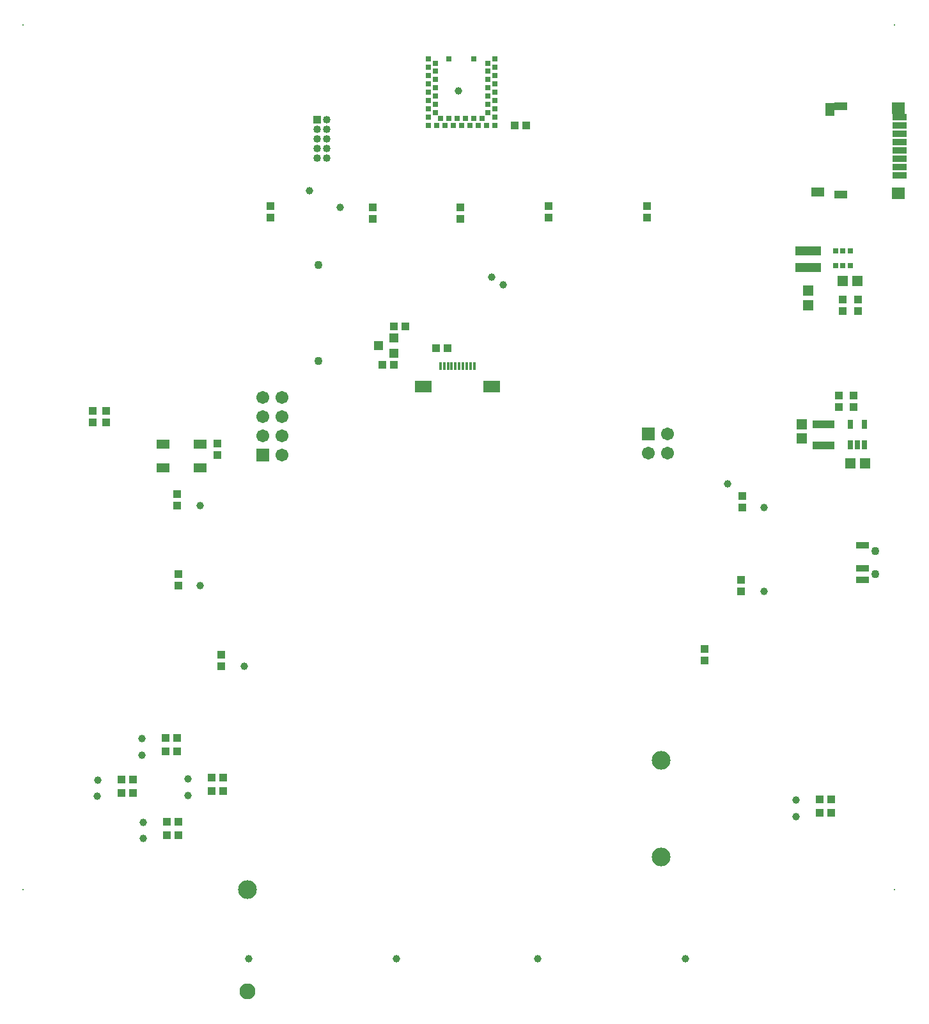
<source format=gbs>
G04 Layer_Color=8150272*
%FSLAX25Y25*%
%MOIN*%
G70*
G01*
G75*
%ADD71R,0.01181X0.03937*%
%ADD199R,0.04300X0.04300*%
%ADD201R,0.06706X0.04737*%
%ADD202C,0.04343*%
%ADD203C,0.09800*%
%ADD204C,0.08300*%
%ADD205C,0.00800*%
%ADD206C,0.06706*%
%ADD207R,0.06706X0.06706*%
%ADD208R,0.06706X0.06706*%
%ADD209R,0.04000X0.04000*%
%ADD210C,0.04000*%
%ADD211C,0.03900*%
%ADD212R,0.03162X0.04934*%
%ADD213R,0.05800X0.05800*%
%ADD214R,0.05800X0.05800*%
%ADD215R,0.13398X0.04737*%
%ADD216R,0.02769X0.03162*%
%ADD217R,0.04600X0.04600*%
%ADD218R,0.04300X0.04300*%
%ADD219R,0.11430X0.03950*%
%ADD220R,0.06706X0.03556*%
%ADD221R,0.06902X0.04737*%
%ADD222R,0.04737X0.06902*%
%ADD223R,0.06706X0.05918*%
%ADD224R,0.07690X0.03556*%
%ADD225R,0.06706X0.03950*%
%ADD226R,0.02769X0.02769*%
%ADD227R,0.08674X0.05918*%
D71*
X359984Y460700D02*
D03*
X361953D02*
D03*
X363921D02*
D03*
X365890D02*
D03*
X367858D02*
D03*
X350142D02*
D03*
X352110D02*
D03*
X354079D02*
D03*
X356047D02*
D03*
X358016D02*
D03*
D199*
X560000Y489500D02*
D03*
Y495500D02*
D03*
X568000D02*
D03*
Y489500D02*
D03*
X176000Y437500D02*
D03*
Y431500D02*
D03*
X169000Y437500D02*
D03*
Y431500D02*
D03*
X565500Y445500D02*
D03*
Y439500D02*
D03*
X558000D02*
D03*
Y445500D02*
D03*
X234000Y414500D02*
D03*
Y420500D02*
D03*
X213000Y388000D02*
D03*
Y394000D02*
D03*
X213500Y346500D02*
D03*
Y352500D02*
D03*
X236000Y304500D02*
D03*
Y310500D02*
D03*
X488000Y307500D02*
D03*
Y313500D02*
D03*
X507000Y343500D02*
D03*
Y349500D02*
D03*
X507500Y387000D02*
D03*
Y393000D02*
D03*
X458000Y538000D02*
D03*
Y544000D02*
D03*
X406500Y538000D02*
D03*
Y544000D02*
D03*
X360500Y537500D02*
D03*
Y543500D02*
D03*
X315000Y537500D02*
D03*
Y543500D02*
D03*
X261500Y538000D02*
D03*
Y544000D02*
D03*
D201*
X224865Y420299D02*
D03*
Y407701D02*
D03*
X205573D02*
D03*
Y420299D02*
D03*
D202*
X286500Y513500D02*
D03*
Y463500D02*
D03*
X577000Y352594D02*
D03*
Y364406D02*
D03*
D203*
X465118Y255555D02*
D03*
Y205161D02*
D03*
X249500Y188000D02*
D03*
D204*
Y135000D02*
D03*
D205*
X587000Y638500D02*
D03*
X132500Y188000D02*
D03*
Y638500D02*
D03*
X587000Y188000D02*
D03*
D206*
X468500Y415500D02*
D03*
Y425500D02*
D03*
X458500Y415500D02*
D03*
X267500Y444500D02*
D03*
X257500D02*
D03*
X267500Y434500D02*
D03*
X257500D02*
D03*
X267500Y424500D02*
D03*
X257500D02*
D03*
X267500Y414500D02*
D03*
D207*
X458500Y425500D02*
D03*
D208*
X257500Y414500D02*
D03*
D209*
X286000Y589000D02*
D03*
D210*
X291000D02*
D03*
X286000Y584000D02*
D03*
X291000Y584000D02*
D03*
X286000Y579000D02*
D03*
X291000D02*
D03*
X286000Y574000D02*
D03*
X291000D02*
D03*
X286000Y569000D02*
D03*
X291000Y569000D02*
D03*
D211*
X298000Y543500D02*
D03*
X282000Y552000D02*
D03*
X383000Y503000D02*
D03*
X377000Y507000D02*
D03*
X359500Y604000D02*
D03*
X499854Y399646D02*
D03*
X519000Y387000D02*
D03*
Y343500D02*
D03*
X248000Y304500D02*
D03*
X225000Y346500D02*
D03*
Y388000D02*
D03*
X218732Y245732D02*
D03*
X195232Y223232D02*
D03*
X171732Y245232D02*
D03*
X194732Y266732D02*
D03*
X535732Y234732D02*
D03*
Y226268D02*
D03*
X218732Y237268D02*
D03*
X194732Y258268D02*
D03*
X171232Y236768D02*
D03*
X195232Y214768D02*
D03*
X250292Y152201D02*
D03*
X327292D02*
D03*
X400792D02*
D03*
X477792D02*
D03*
D212*
X571240Y430315D02*
D03*
X563760D02*
D03*
Y419685D02*
D03*
X567500D02*
D03*
X571240D02*
D03*
D213*
X542000Y492500D02*
D03*
X542000Y500000D02*
D03*
X538500Y430500D02*
D03*
X538500Y423000D02*
D03*
D214*
X567500Y505000D02*
D03*
X560000D02*
D03*
X571500Y410000D02*
D03*
X564000D02*
D03*
D215*
X542000Y512000D02*
D03*
X542000Y520661D02*
D03*
D216*
X556260Y513260D02*
D03*
X563740D02*
D03*
Y520740D02*
D03*
X560000Y520740D02*
D03*
X556260Y520740D02*
D03*
X560000Y513260D02*
D03*
D217*
X326000Y467500D02*
D03*
Y475500D02*
D03*
X318000Y471500D02*
D03*
D218*
X326000Y461500D02*
D03*
X320000D02*
D03*
X326000Y481500D02*
D03*
X332000D02*
D03*
X207000Y260000D02*
D03*
X213000D02*
D03*
X184000Y238500D02*
D03*
X190000D02*
D03*
X231000Y239500D02*
D03*
X237000D02*
D03*
X207500Y216500D02*
D03*
X213500D02*
D03*
X548000Y228000D02*
D03*
X554000D02*
D03*
X548000Y235000D02*
D03*
X554000D02*
D03*
X207500Y223500D02*
D03*
X213500D02*
D03*
X231000Y246500D02*
D03*
X237000D02*
D03*
X184000Y245500D02*
D03*
X190000D02*
D03*
X207000Y267000D02*
D03*
X213000D02*
D03*
X389000Y586000D02*
D03*
X395000D02*
D03*
X348000Y470000D02*
D03*
X354000D02*
D03*
D219*
X550000Y419488D02*
D03*
Y430512D02*
D03*
D220*
X570110Y355547D02*
D03*
Y349642D02*
D03*
Y367358D02*
D03*
D221*
X546976Y551500D02*
D03*
D222*
X553126Y594500D02*
D03*
D223*
X589000Y550933D02*
D03*
Y595224D02*
D03*
D224*
X589500Y590500D02*
D03*
Y564516D02*
D03*
Y568847D02*
D03*
Y573177D02*
D03*
Y577508D02*
D03*
Y581839D02*
D03*
Y586169D02*
D03*
Y560185D02*
D03*
D225*
X559031Y550000D02*
D03*
Y596000D02*
D03*
D226*
X367705Y620811D02*
D03*
X354713D02*
D03*
X343886D02*
D03*
X347429Y618646D02*
D03*
X343886Y616480D02*
D03*
X347429Y614315D02*
D03*
X343886Y612150D02*
D03*
X347429Y609984D02*
D03*
X343886Y607819D02*
D03*
X347429Y605654D02*
D03*
X343886Y603488D02*
D03*
X347429Y601323D02*
D03*
X343886Y599157D02*
D03*
X347429Y596992D02*
D03*
X343886Y594827D02*
D03*
X347429Y592661D02*
D03*
X343886Y586165D02*
D03*
Y590496D02*
D03*
X348217Y586165D02*
D03*
X350382Y589709D02*
D03*
X352547Y586165D02*
D03*
X354713Y589709D02*
D03*
X356878Y586165D02*
D03*
X359043Y589709D02*
D03*
X361209Y586165D02*
D03*
X363374Y589709D02*
D03*
X365539Y586165D02*
D03*
X367705Y589709D02*
D03*
X369870Y586165D02*
D03*
X372035Y589709D02*
D03*
X374201Y586165D02*
D03*
X378531Y590496D02*
D03*
X374988Y592661D02*
D03*
X378531Y594827D02*
D03*
X374988Y596992D02*
D03*
X378531Y599157D02*
D03*
X374988Y601323D02*
D03*
X378531Y603488D02*
D03*
X374988Y605654D02*
D03*
X378531Y607819D02*
D03*
X374988Y609984D02*
D03*
X378531Y612150D02*
D03*
X374988Y614315D02*
D03*
X378531Y616480D02*
D03*
X374988Y618646D02*
D03*
X378531Y620811D02*
D03*
Y586165D02*
D03*
D227*
X376913Y450070D02*
D03*
X341087D02*
D03*
M02*

</source>
